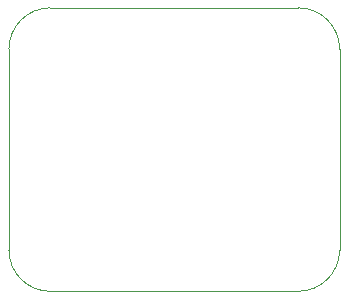
<source format=gbr>
G04 #@! TF.FileFunction,Profile,NP*
%FSLAX46Y46*%
G04 Gerber Fmt 4.6, Leading zero omitted, Abs format (unit mm)*
G04 Created by KiCad (PCBNEW 4.0.2-stable) date Thursday, November 23, 2017 'PMt' 08:45:23 PM*
%MOMM*%
G01*
G04 APERTURE LIST*
%ADD10C,0.100000*%
G04 APERTURE END LIST*
D10*
X134500000Y-113000000D02*
X113500000Y-113000000D01*
X138000000Y-92500000D02*
X138000000Y-109500000D01*
X113500000Y-89000000D02*
X134500000Y-89000000D01*
X110000000Y-92500000D02*
X110000000Y-109500000D01*
X110000000Y-109500000D02*
G75*
G03X113500000Y-113000000I3500000J0D01*
G01*
X134500000Y-113000000D02*
G75*
G03X138000000Y-109500000I0J3500000D01*
G01*
X138000000Y-92500000D02*
G75*
G03X134500000Y-89000000I-3500000J0D01*
G01*
X113500000Y-89000000D02*
G75*
G03X110000000Y-92500000I0J-3500000D01*
G01*
M02*

</source>
